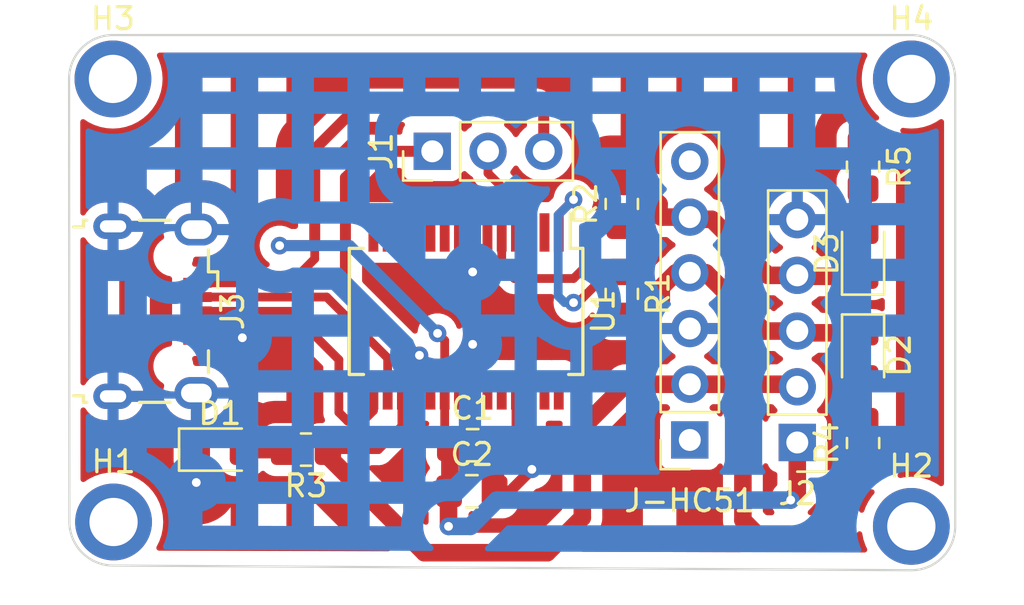
<source format=kicad_pcb>
(kicad_pcb (version 20211014) (generator pcbnew)
  (title_block (title "Generic USB FT232_RL") (date "2023-01-26") (company "by Achmadi ST MT"))
  (layers (0 "F.Cu" signal) (31 "B.Cu" signal) (34 "B.Paste" user) (35 "F.Paste" user) (36 "B.SilkS" user "B.Silkscreen") (37 "F.SilkS" user "F.Silkscreen") (38 "B.Mask" user) (39 "F.Mask" user) (44 "Edge.Cuts" user))
  (net 0 "")
  (net 1 "VCC")
  (net 2 "GND")
  (net 3 "Net-(D1-Pad2)")
  (net 4 "TXD")
  (net 5 "Net-(D2-Pad2)")
  (net 6 "RXD")
  (net 7 "Net-(D3-Pad2)")
  (net 9 "VDD")
  (net 11 "VIO")
  (net 12 "USB_DM")
  (net 13 "USB_DP")
  (net 15 "Net-(R1-Pad1)")
  (net 16 "Net-(R2-Pad1)")
  (footprint "MountingHole:MountingHole_2.2mm_M2_ISO7380_Pad" (layer "F.Cu") (at 92.6 48.4)
    (fp_text reference "H4" (at 0 -2.75) (layer "F.SilkS"))
    (fp_text value "MountingHole")
    (pad "1" thru_hole circle (at 0 0) (size 3.5 3.5) (drill 2.2) (layers *.Cu *.Mask))
  )
  (footprint "Resistor_SMD:R_0805_2012Metric_Pad1.20x1.40mm_HandSolder" (layer "F.Cu") (at 65 65.3 180)
    (fp_text reference "R3" (at 0 -1.65) (layer "F.SilkS"))
    (fp_text value "330")
    (fp_line (start -0.227064 0.735) (end 0.227064 0.735) (layer "F.SilkS") (width 0.12))
    (fp_line (start -0.227064 -0.735) (end 0.227064 -0.735) (layer "F.SilkS") (width 0.12))
    (pad "1" smd roundrect (at -1 0 180) (size 1.2 1.4) (layers "F.Cu" "F.Paste" "F.Mask") (roundrect_rratio 0.208333) (net 9 "VDD"))
    (pad "2" smd roundrect (at 1 0 180) (size 1.2 1.4) (layers "F.Cu" "F.Paste" "F.Mask") (roundrect_rratio 0.208333) (net 3 "Net-(D1-Pad2)"))
  )
  (footprint "Capacitor_SMD:C_0805_2012Metric_Pad1.18x1.45mm_HandSolder" (layer "F.Cu") (at 72.6 65.1)
    (fp_text reference "C1" (at 0 -1.68) (layer "F.SilkS"))
    (fp_text value "10uF")
    (fp_line (start -0.261252 -0.735) (end 0.261252 -0.735) (layer "F.SilkS") (width 0.12))
    (fp_line (start -0.261252 0.735) (end 0.261252 0.735) (layer "F.SilkS") (width 0.12))
    (pad "1" smd roundrect (at -1.0375 0) (size 1.175 1.45) (layers "F.Cu" "F.Paste" "F.Mask") (roundrect_rratio 0.212766) (net 1 "VCC"))
    (pad "2" smd roundrect (at 1.0375 0) (size 1.175 1.45) (layers "F.Cu" "F.Paste" "F.Mask") (roundrect_rratio 0.212766) (net 2 "GND"))
  )
  (footprint "Resistor_SMD:R_0805_2012Metric_Pad1.20x1.40mm_HandSolder" (layer "F.Cu") (at 90.4 65 90)
    (fp_text reference "R4" (at 0 -1.65 90) (layer "F.SilkS"))
    (fp_text value "330")
    (fp_line (start -0.227064 0.735) (end 0.227064 0.735) (layer "F.SilkS") (width 0.12))
    (fp_line (start -0.227064 -0.735) (end 0.227064 -0.735) (layer "F.SilkS") (width 0.12))
    (pad "1" smd roundrect (at -1 0 90) (size 1.2 1.4) (layers "F.Cu" "F.Paste" "F.Mask") (roundrect_rratio 0.208333) (net 9 "VDD"))
    (pad "2" smd roundrect (at 1 0 90) (size 1.2 1.4) (layers "F.Cu" "F.Paste" "F.Mask") (roundrect_rratio 0.208333) (net 5 "Net-(D2-Pad2)"))
  )
  (footprint "Resistor_SMD:R_0805_2012Metric_Pad1.20x1.40mm_HandSolder" (layer "F.Cu") (at 79.4 54.1 90)
    (fp_text reference "R2" (at 0 -1.65 90) (layer "F.SilkS"))
    (fp_text value "0")
    (fp_line (start -0.227064 -0.735) (end 0.227064 -0.735) (layer "F.SilkS") (width 0.12))
    (fp_line (start -0.227064 0.735) (end 0.227064 0.735) (layer "F.SilkS") (width 0.12))
    (pad "1" smd roundrect (at -1 0 90) (size 1.2 1.4) (layers "F.Cu" "F.Paste" "F.Mask") (roundrect_rratio 0.208333) (net 16 "Net-(R2-Pad1)"))
    (pad "2" smd roundrect (at 1 0 90) (size 1.2 1.4) (layers "F.Cu" "F.Paste" "F.Mask") (roundrect_rratio 0.208333) (net 6 "RXD"))
  )
  (footprint "LED_SMD:LED_0805_2012Metric_Pad1.15x1.40mm_HandSolder" (layer "F.Cu") (at 90.4 61 -90)
    (fp_text reference "D2" (at 0 -1.65 90) (layer "F.SilkS"))
    (fp_text value "LED")
    (fp_line (start -1.86 0.96) (end 1 0.96) (layer "F.SilkS") (width 0.12))
    (fp_line (start -1.86 -0.96) (end -1.86 0.96) (layer "F.SilkS") (width 0.12))
    (fp_line (start 1 -0.96) (end -1.86 -0.96) (layer "F.SilkS") (width 0.12))
    (pad "1" smd roundrect (at -1.025 0 270) (size 1.15 1.4) (layers "F.Cu" "F.Paste" "F.Mask") (roundrect_rratio 0.217391) (net 4 "TXD"))
    (pad "2" smd roundrect (at 1.025 0 270) (size 1.15 1.4) (layers "F.Cu" "F.Paste" "F.Mask") (roundrect_rratio 0.217391) (net 5 "Net-(D2-Pad2)"))
  )
  (footprint "Package_SO:SSOP-28_5.3x10.2mm_P0.65mm" (layer "F.Cu") (at 72.3 59 -90)
    (fp_text reference "U1" (at 0 -6.25 90) (layer "F.SilkS"))
    (fp_text value "FT232RL")
    (fp_line (start 2.875 -5.325) (end 2.875 -4.675) (layer "F.SilkS") (width 0.15))
    (fp_line (start 2.875 5.325) (end 2.875 4.675) (layer "F.SilkS") (width 0.15))
    (fp_line (start -2.875 -4.75) (end -4.475 -4.75) (layer "F.SilkS") (width 0.15))
    (fp_line (start -2.875 -5.325) (end -2.875 -4.75) (layer "F.SilkS") (width 0.15))
    (fp_line (start -2.875 -5.325) (end 2.875 -5.325) (layer "F.SilkS") (width 0.15))
    (fp_line (start -2.875 5.325) (end 2.875 5.325) (layer "F.SilkS") (width 0.15))
    (fp_line (start -2.875 5.325) (end -2.875 4.675) (layer "F.SilkS") (width 0.15))
    (pad "1" smd rect (at -3.6 -4.225 270) (size 1.75 0.45) (layers "F.Cu" "F.Paste" "F.Mask") (net 15 "Net-(R1-Pad1)"))
    (pad "2" smd rect (at -3.6 -3.575 270) (size 1.75 0.45) (layers "F.Cu" "F.Paste" "F.Mask"))
    (pad "3" smd rect (at -3.6 -2.925 270) (size 1.75 0.45) (layers "F.Cu" "F.Paste" "F.Mask"))
    (pad "4" smd rect (at -3.6 -2.275 270) (size 1.75 0.45) (layers "F.Cu" "F.Paste" "F.Mask") (net 11 "VIO"))
    (pad "5" smd rect (at -3.6 -1.625 270) (size 1.75 0.45) (layers "F.Cu" "F.Paste" "F.Mask") (net 16 "Net-(R2-Pad1)"))
    (pad "6" smd rect (at -3.6 -0.975 270) (size 1.75 0.45) (layers "F.Cu" "F.Paste" "F.Mask"))
    (pad "7" smd rect (at -3.6 -0.325 270) (size 1.75 0.45) (layers "F.Cu" "F.Paste" "F.Mask") (net 2 "GND"))
    (pad "8" smd rect (at -3.6 0.325 270) (size 1.75 0.45) (layers "F.Cu" "F.Paste" "F.Mask"))
    (pad "9" smd rect (at -3.6 0.975 270) (size 1.75 0.45) (layers "F.Cu" "F.Paste" "F.Mask"))
    (pad "10" smd rect (at -3.6 1.625 270) (size 1.75 0.45) (layers "F.Cu" "F.Paste" "F.Mask"))
    (pad "11" smd rect (at -3.6 2.275 270) (size 1.75 0.45) (layers "F.Cu" "F.Paste" "F.Mask"))
    (pad "12" smd rect (at -3.6 2.925 270) (size 1.75 0.45) (layers "F.Cu" "F.Paste" "F.Mask"))
    (pad "13" smd rect (at -3.6 3.575 270) (size 1.75 0.45) (layers "F.Cu" "F.Paste" "F.Mask"))
    (pad "14" smd rect (at -3.6 4.225 270) (size 1.75 0.45) (layers "F.Cu" "F.Paste" "F.Mask"))
    (pad "15" smd rect (at 3.6 4.225 270) (size 1.75 0.45) (layers "F.Cu" "F.Paste" "F.Mask") (net 13 "USB_DP"))
    (pad "16" smd rect (at 3.6 3.575 270) (size 1.75 0.45) (layers "F.Cu" "F.Paste" "F.Mask") (net 12 "USB_DM"))
    (pad "17" smd rect (at 3.6 2.925 270) (size 1.75 0.45) (layers "F.Cu" "F.Paste" "F.Mask") (net 9 "VDD"))
    (pad "18" smd rect (at 3.6 2.275 270) (size 1.75 0.45) (layers "F.Cu" "F.Paste" "F.Mask") (net 2 "GND"))
    (pad "19" smd rect (at 3.6 1.625 270) (size 1.75 0.45) (layers "F.Cu" "F.Paste" "F.Mask"))
    (pad "20" smd rect (at 3.6 0.975 270) (size 1.75 0.45) (layers "F.Cu" "F.Paste" "F.Mask") (net 1 "VCC"))
    (pad "21" smd rect (at 3.6 0.325 270) (size 1.75 0.45) (layers "F.Cu" "F.Paste" "F.Mask") (net 2 "GND"))
    (pad "22" smd rect (at 3.6 -0.325 270) (size 1.75 0.45) (layers "F.Cu" "F.Paste" "F.Mask"))
    (pad "23" smd rect (at 3.6 -0.975 270) (size 1.75 0.45) (layers "F.Cu" "F.Paste" "F.Mask"))
    (pad "24" smd rect (at 3.6 -1.625 270) (size 1.75 0.45) (layers "F.Cu" "F.Paste" "F.Mask"))
    (pad "25" smd rect (at 3.6 -2.275 270) (size 1.75 0.45) (layers "F.Cu" "F.Paste" "F.Mask") (net 2 "GND"))
    (pad "26" smd rect (at 3.6 -2.925 270) (size 1.75 0.45) (layers "F.Cu" "F.Paste" "F.Mask") (net 2 "GND"))
    (pad "27" smd rect (at 3.6 -3.575 270) (size 1.75 0.45) (layers "F.Cu" "F.Paste" "F.Mask"))
    (pad "28" smd rect (at 3.6 -4.225 270) (size 1.75 0.45) (layers "F.Cu" "F.Paste" "F.Mask"))
  )
  (footprint "Connector_PinHeader_2.54mm:PinHeader_1x05_P2.54mm_Vertical" (layer "F.Cu") (at 87.4 64.975 180)
    (fp_text reference "J2" (at 0 -2.33) (layer "F.SilkS"))
    (fp_text value "Conn_01x05_Male")
    (fp_line (start 1.33 1.27) (end 1.33 11.49) (layer "F.SilkS") (width 0.12))
    (fp_line (start -1.33 1.27) (end -1.33 11.49) (layer "F.SilkS") (width 0.12))
    (fp_line (start -1.33 0) (end -1.33 -1.33) (layer "F.SilkS") (width 0.12))
    (fp_line (start -1.33 -1.33) (end 0 -1.33) (layer "F.SilkS") (width 0.12))
    (fp_line (start -1.33 11.49) (end 1.33 11.49) (layer "F.SilkS") (width 0.12))
    (fp_line (start -1.33 1.27) (end 1.33 1.27) (layer "F.SilkS") (width 0.12))
    (pad "1" thru_hole rect (at 0 0 180) (size 1.7 1.7) (drill 1) (layers *.Cu *.Mask) (net 1 "VCC"))
    (pad "2" thru_hole oval (at 0 2.54 180) (size 1.7 1.7) (drill 1) (layers *.Cu *.Mask) (net 9 "VDD"))
    (pad "3" thru_hole oval (at 0 5.08 180) (size 1.7 1.7) (drill 1) (layers *.Cu *.Mask) (net 4 "TXD"))
    (pad "4" thru_hole oval (at 0 7.62 180) (size 1.7 1.7) (drill 1) (layers *.Cu *.Mask) (net 6 "RXD"))
    (pad "5" thru_hole oval (at 0 10.16 180) (size 1.7 1.7) (drill 1) (layers *.Cu *.Mask) (net 2 "GND"))
  )
  (footprint "MountingHole:MountingHole_2.2mm_M2_ISO7380_Pad" (layer "F.Cu") (at 56.228428 68.6)
    (fp_text reference "H1" (at 0 -2.75) (layer "F.SilkS"))
    (fp_text value "MountingHole")
    (pad "1" thru_hole circle (at 0 0) (size 3.5 3.5) (drill 2.2) (layers *.Cu *.Mask))
  )
  (footprint "Capacitor_SMD:C_0805_2012Metric_Pad1.18x1.45mm_HandSolder" (layer "F.Cu") (at 72.5625 67.2)
    (fp_text reference "C2" (at 0 -1.68) (layer "F.SilkS"))
    (fp_text value "0.1uF")
    (fp_line (start -0.261252 -0.735) (end 0.261252 -0.735) (layer "F.SilkS") (width 0.12))
    (fp_line (start -0.261252 0.735) (end 0.261252 0.735) (layer "F.SilkS") (width 0.12))
    (pad "1" smd roundrect (at -1.0375 0) (size 1.175 1.45) (layers "F.Cu" "F.Paste" "F.Mask") (roundrect_rratio 0.212766) (net 1 "VCC"))
    (pad "2" smd roundrect (at 1.0375 0) (size 1.175 1.45) (layers "F.Cu" "F.Paste" "F.Mask") (roundrect_rratio 0.212766) (net 2 "GND"))
  )
  (footprint "Connector_USB:USB_Micro-B_Wuerth_629105150521" (layer "F.Cu") (at 58.155 58.995 -90)
    (fp_text reference "J3" (at 0 -3.5 90) (layer "F.SilkS"))
    (fp_text value "USB_B_Micro")
    (fp_line (start -4.15 3.15) (end -4.15 3.3) (layer "F.SilkS") (width 0.15))
    (fp_line (start -4.15 -0.65) (end -4.15 0.75) (layer "F.SilkS") (width 0.15))
    (fp_line (start -3.85 3.3) (end -3.85 3.75) (layer "F.SilkS") (width 0.15))
    (fp_line (start -1.8 -2.4) (end -2.8 -2.4) (layer "F.SilkS") (width 0.15))
    (fp_line (start -1.075 -2.825) (end -1.8 -2.825) (layer "F.SilkS") (width 0.15))
    (fp_line (start 1.8 -2.4) (end 2.8 -2.4) (layer "F.SilkS") (width 0.15))
    (fp_line (start -1.8 -2.825) (end -1.8 -2.4) (layer "F.SilkS") (width 0.15))
    (fp_line (start 4.15 3.3) (end 4.15 3.15) (layer "F.SilkS") (width 0.15))
    (fp_line (start -4.15 3.3) (end -3.85 3.3) (layer "F.SilkS") (width 0.15))
    (fp_line (start 3.85 3.3) (end 4.15 3.3) (layer "F.SilkS") (width 0.15))
    (fp_line (start 3.85 3.75) (end 3.85 3.3) (layer "F.SilkS") (width 0.15))
    (fp_line (start 4.15 0.75) (end 4.15 -0.65) (layer "F.SilkS") (width 0.15))
    (pad "" np_thru_hole oval (at 2.5 -0.8 270) (size 0.8 0.8) (drill 0.8) (layers *.Cu *.Mask))
    (pad "" np_thru_hole oval (at -2.5 -0.8 270) (size 0.8 0.8) (drill 0.8) (layers *.Cu *.Mask))
    (pad "1" smd rect (at -1.3 -1.9 270) (size 0.45 1.3) (layers "F.Cu" "F.Paste" "F.Mask") (net 1 "VCC"))
    (pad "2" smd rect (at -0.65 -1.9 270) (size 0.45 1.3) (layers "F.Cu" "F.Paste" "F.Mask") (net 12 "USB_DM"))
    (pad "3" smd rect (at 0 -1.9 270) (size 0.45 1.3) (layers "F.Cu" "F.Paste" "F.Mask") (net 13 "USB_DP"))
    (pad "4" smd rect (at 0.65 -1.9 270) (size 0.45 1.3) (layers "F.Cu" "F.Paste" "F.Mask"))
    (pad "5" smd rect (at 1.3 -1.9 270) (size 0.45 1.3) (layers "F.Cu" "F.Paste" "F.Mask") (net 2 "GND"))
    (pad "6" thru_hole oval (at -3.725 -1.85 270) (size 1.45 2) (drill oval 0.85 1.4) (layers *.Cu *.Mask) (net 2 "GND"))
    (pad "6" thru_hole oval (at 3.725 -1.85 270) (size 1.45 2) (drill oval 0.85 1.4) (layers *.Cu *.Mask) (net 2 "GND"))
    (pad "6" thru_hole oval (at -3.875 1.95 270) (size 1.15 1.8) (drill oval 0.55 1.2) (layers *.Cu *.Mask) (net 2 "GND"))
    (pad "6" thru_hole oval (at 3.875 1.95 270) (size 1.15 1.8) (drill oval 0.55 1.2) (layers *.Cu *.Mask) (net 2 "GND"))
  )
  (footprint "Connector_PinHeader_2.54mm:PinHeader_1x03_P2.54mm_Vertical" (layer "F.Cu") (at 70.76 51.7 90)
    (fp_text reference "J1" (at 0 -2.33 90) (layer "F.SilkS"))
    (fp_text value "Conn_01x03_Male")
    (fp_line (start -1.33 1.27) (end 1.33 1.27) (layer "F.SilkS") (width 0.12))
    (fp_line (start -1.33 1.27) (end -1.33 6.41) (layer "F.SilkS") (width 0.12))
    (fp_line (start -1.33 -1.33) (end 0 -1.33) (layer "F.SilkS") (width 0.12))
    (fp_line (start 1.33 1.27) (end 1.33 6.41) (layer "F.SilkS") (width 0.12))
    (fp_line (start -1.33 0) (end -1.33 -1.33) (layer "F.SilkS") (width 0.12))
    (fp_line (start -1.33 6.41) (end 1.33 6.41) (layer "F.SilkS") (width 0.12))
    (pad "1" thru_hole rect (at 0 0 90) (size 1.7 1.7) (drill 1) (layers *.Cu *.Mask) (net 9 "VDD"))
    (pad "2" thru_hole oval (at 0 2.54 90) (size 1.7 1.7) (drill 1) (layers *.Cu *.Mask) (net 11 "VIO"))
    (pad "3" thru_hole oval (at 0 5.08 90) (size 1.7 1.7) (drill 1) (layers *.Cu *.Mask) (net 1 "VCC"))
  )
  (footprint "Resistor_SMD:R_0805_2012Metric_Pad1.20x1.40mm_HandSolder" (layer "F.Cu") (at 79.4 58.2 -90)
    (fp_text reference "R1" (at 0 -1.65 90) (layer "F.SilkS"))
    (fp_text value "0")
    (fp_line (start -0.227064 -0.735) (end 0.227064 -0.735) (layer "F.SilkS") (width 0.12))
    (fp_line (start -0.227064 0.735) (end 0.227064 0.735) (layer "F.SilkS") (width 0.12))
    (pad "1" smd roundrect (at -1 0 270) (size 1.2 1.4) (layers "F.Cu" "F.Paste" "F.Mask") (roundrect_rratio 0.208333) (net 15 "Net-(R1-Pad1)"))
    (pad "2" smd roundrect (at 1 0 270) (size 1.2 1.4) (layers "F.Cu" "F.Paste" "F.Mask") (roundrect_rratio 0.208333) (net 4 "TXD"))
  )
  (footprint "LED_SMD:LED_0805_2012Metric_Pad1.15x1.40mm_HandSolder" (layer "F.Cu") (at 90.4 56.375 90)
    (fp_text reference "D3" (at 0 -1.65 90) (layer "F.SilkS"))
    (fp_text value "LED")
    (fp_line (start -1.86 -0.96) (end -1.86 0.96) (layer "F.SilkS") (width 0.12))
    (fp_line (start -1.86 0.96) (end 1 0.96) (layer "F.SilkS") (width 0.12))
    (fp_line (start 1 -0.96) (end -1.86 -0.96) (layer "F.SilkS") (width 0.12))
    (pad "1" smd roundrect (at -1.025 0 90) (size 1.15 1.4) (layers "F.Cu" "F.Paste" "F.Mask") (roundrect_rratio 0.217391) (net 6 "RXD"))
    (pad "2" smd roundrect (at 1.025 0 90) (size 1.15 1.4) (layers "F.Cu" "F.Paste" "F.Mask") (roundrect_rratio 0.217391) (net 7 "Net-(D3-Pad2)"))
  )
  (footprint "Resistor_SMD:R_0805_2012Metric_Pad1.20x1.40mm_HandSolder" (layer "F.Cu") (at 90.4 52.4 -90)
    (fp_text reference "R5" (at 0 -1.65 90) (layer "F.SilkS"))
    (fp_text value "330")
    (fp_line (start -0.227064 0.735) (end 0.227064 0.735) (layer "F.SilkS") (width 0.12))
    (fp_line (start -0.227064 -0.735) (end 0.227064 -0.735) (layer "F.SilkS") (width 0.12))
    (pad "1" smd roundrect (at -1 0 270) (size 1.2 1.4) (layers "F.Cu" "F.Paste" "F.Mask") (roundrect_rratio 0.208333) (net 9 "VDD"))
    (pad "2" smd roundrect (at 1 0 270) (size 1.2 1.4) (layers "F.Cu" "F.Paste" "F.Mask") (roundrect_rratio 0.208333) (net 7 "Net-(D3-Pad2)"))
  )
  (footprint "MountingHole:MountingHole_2.2mm_M2_ISO7380_Pad" (layer "F.Cu") (at 56.2 48.4)
    (fp_text reference "H3" (at 0 -2.75) (layer "F.SilkS"))
    (fp_text value "MountingHole")
    (pad "1" thru_hole circle (at 0 0) (size 3.5 3.5) (drill 2.2) (layers *.Cu *.Mask))
  )
  (footprint "Connector_PinSocket_2.54mm:PinSocket_1x06_P2.54mm_Vertical" (layer "F.Cu") (at 82.5 64.86 180)
    (fp_text reference "J-HC51" (at 0 -2.77) (layer "F.SilkS"))
    (fp_text value "Conn_01x06_Female")
    (fp_line (start 1.33 1.27) (end 1.33 14.03) (layer "F.SilkS") (width 0.12))
    (fp_line (start 1.33 -1.33) (end 1.33 0) (layer "F.SilkS") (width 0.12))
    (fp_line (start -1.33 1.27) (end -1.33 14.03) (layer "F.SilkS") (width 0.12))
    (fp_line (start -1.33 14.03) (end 1.33 14.03) (layer "F.SilkS") (width 0.12))
    (fp_line (start 0 -1.33) (end 1.33 -1.33) (layer "F.SilkS") (width 0.12))
    (fp_line (start -1.33 1.27) (end 1.33 1.27) (layer "F.SilkS") (width 0.12))
    (pad "1" thru_hole rect (at 0 0 180) (size 1.7 1.7) (drill 1) (layers *.Cu *.Mask))
    (pad "2" thru_hole oval (at 0 2.54 180) (size 1.7 1.7) (drill 1) (layers *.Cu *.Mask) (net 9 "VDD"))
    (pad "3" thru_hole oval (at 0 5.08 180) (size 1.7 1.7) (drill 1) (layers *.Cu *.Mask) (net 2 "GND"))
    (pad "4" thru_hole oval (at 0 7.62 180) (size 1.7 1.7) (drill 1) (layers *.Cu *.Mask) (net 4 "TXD"))
    (pad "5" thru_hole oval (at 0 10.16 180) (size 1.7 1.7) (drill 1) (layers *.Cu *.Mask) (net 6 "RXD"))
    (pad "6" thru_hole oval (at 0 12.7 180) (size 1.7 1.7) (drill 1) (layers *.Cu *.Mask))
  )
  (footprint "LED_SMD:LED_0805_2012Metric_Pad1.15x1.40mm_HandSolder" (layer "F.Cu") (at 61.075 65.3)
    (fp_text reference "D1" (at 0 -1.65) (layer "F.SilkS"))
    (fp_text value "LED")
    (fp_line (start -1.86 -0.96) (end -1.86 0.96) (layer "F.SilkS") (width 0.12))
    (fp_line (start -1.86 0.96) (end 1 0.96) (layer "F.SilkS") (width 0.12))
    (fp_line (start 1 -0.96) (end -1.86 -0.96) (layer "F.SilkS") (width 0.12))
    (pad "1" smd roundrect (at -1.025 0) (size 1.15 1.4) (layers "F.Cu" "F.Paste" "F.Mask") (roundrect_rratio 0.217391) (net 2 "GND"))
    (pad "2" smd roundrect (at 1.025 0) (size 1.15 1.4) (layers "F.Cu" "F.Paste" "F.Mask") (roundrect_rratio 0.217391) (net 3 "Net-(D1-Pad2)"))
  )
  (footprint "MountingHole:MountingHole_2.2mm_M2_ISO7380_Pad" (layer "F.Cu") (at 92.6 68.8)
    (fp_text reference "H2" (at 0 -2.75) (layer "F.SilkS"))
    (fp_text value "MountingHole")
    (pad "1" thru_hole circle (at 0 0) (size 3.5 3.5) (drill 2.2) (layers *.Cu *.Mask))
  )
  (gr_arc (start 54.2 48.4) (mid 54.785786 46.985786) (end 56.2 46.4) (layer "Edge.Cuts") (width 0.1))
  (gr_line (start 92.6 70.8) (end 56.214214 70.585786) (layer "Edge.Cuts") (width 0.1))
  (gr_line (start 56.2 46.4) (end 92.6 46.4) (layer "Edge.Cuts") (width 0.1))
  (gr_line (start 94.6 48.4) (end 94.6 68.8) (layer "Edge.Cuts") (width 0.1))
  (gr_arc (start 56.214214 70.585786) (mid 54.8 70) (end 54.214214 68.585786) (layer "Edge.Cuts") (width 0.1))
  (gr_arc (start 92.6 46.4) (mid 94.014214 46.985786) (end 94.6 48.4) (layer "Edge.Cuts") (width 0.1))
  (gr_arc (start 94.6 68.8) (mid 94.014214 70.214214) (end 92.6 70.8) (layer "Edge.Cuts") (width 0.1))
  (gr_line (start 54.2 48.4) (end 54.214214 68.585786) (layer "Edge.Cuts") (width 0.1))
  (segment (start 67.4 49.6) (end 75.5 49.6) (width 0.5) (layer "F.Cu") (net 1))
  (segment (start 71.5 68.8) (end 71.5 67.225) (width 0.8) (layer "F.Cu") (net 1))
  (segment (start 65.4 51.6) (end 67.4 49.6) (width 0.5) (layer "F.Cu") (net 1))
  (segment (start 75.84 49.94) (end 75.84 51.7) (width 0.5) (layer "F.Cu") (net 1))
  (segment (start 75.5 49.6) (end 75.84 49.94) (width 0.5) (layer "F.Cu") (net 1))
  (segment (start 71.5625 67.1625) (end 71.525 67.2) (width 0.8) (layer "F.Cu") (net 1))
  (segment (start 71.325 60.325) (end 71 60) (width 0.4) (layer "F.Cu") (net 1))
  (segment (start 65.3 56) (end 65.4 56.1) (width 0.5) (layer "F.Cu") (net 1))
  (segment (start 65.4 56.6) (end 65.4 56.1) (width 0.4) (layer "F.Cu") (net 1))
  (segment (start 87.4 67.3) (end 87.1 67.6) (width 0.8) (layer "F.Cu") (net 1))
  (segment (start 60.055 57.695) (end 64.305 57.695) (width 0.4) (layer "F.Cu") (net 1))
  (segment (start 64.305 57.695) (end 65.4 56.6) (width 0.4) (layer "F.Cu") (net 1))
  (segment (start 63.8 56) (end 65.3 56) (width 0.5) (layer "F.Cu") (net 1))
  (segment (start 65.4 56.1) (end 65.4 51.6) (width 0.5) (layer "F.Cu") (net 1))
  (segment (start 87.4 64.975) (end 87.4 67.3) (width 0.8) (layer "F.Cu") (net 1))
  (segment (start 71.5625 65.1) (end 71.5625 67.1625) (width 0.8) (layer "F.Cu") (net 1))
  (segment (start 71.5 67.225) (end 71.525 67.2) (width 0.8) (layer "F.Cu") (net 1))
  (segment (start 71.325 62.6) (end 71.325 64.8625) (width 0.4) (layer "F.Cu") (net 1))
  (segment (start 71.325 62.6) (end 71.325 60.325) (width 0.4) (layer "F.Cu") (net 1))
  (segment (start 71.325 64.8625) (end 71.5625 65.1) (width 0.4) (layer "F.Cu") (net 1))
  (via (at 71.5 68.8) (size 0.8) (drill 0.4) (layers "F.Cu" "B.Cu") (net 1))
  (via (at 63.8 56) (size 0.8) (drill 0.4) (layers "F.Cu" "B.Cu") (net 1))
  (via (at 71 60) (size 0.8) (drill 0.4) (layers "F.Cu" "B.Cu") (net 1))
  (via (at 87.1 67.6) (size 0.8) (drill 0.4) (layers "F.Cu" "B.Cu") (net 1))
  (segment (start 72.8 68.5) (end 72.5 68.8) (width 0.8) (layer "B.Cu") (net 1))
  (segment (start 71 60) (end 67 56) (width 0.5) (layer "B.Cu") (net 1))
  (segment (start 72.5 68.8) (end 71.5 68.8) (width 0.8) (layer "B.Cu") (net 1))
  (segment (start 67 56) (end 63.8 56) (width 0.5) (layer "B.Cu") (net 1))
  (segment (start 87.1 67.6) (end 73.7 67.6) (width 0.8) (layer "B.Cu") (net 1))
  (segment (start 73.7 67.6) (end 72.8 68.5) (width 0.8) (layer "B.Cu") (net 1))
  (segment (start 74.575 62.6) (end 74.575 65.025) (width 0.4) (layer "F.Cu") (net 2))
  (segment (start 71.975 61.125) (end 72.6 60.5) (width 0.4) (layer "F.Cu") (net 2))
  (segment (start 70.025 62.6) (end 70.025 61.1495) (width 0.4) (layer "F.Cu") (net 2))
  (segment (start 73.6 67.2) (end 74.3 67.2) (width 0.5) (layer "F.Cu") (net 2))
  (segment (start 74.7 65.1) (end 74.5 65.1) (width 0.4) (layer "F.Cu") (net 2))
  (segment (start 59.855 55.12) (end 60.005 55.27) (width 0.8) (layer "F.Cu") (net 2))
  (segment (start 74.5 65.1) (end 73.6375 65.1) (width 0.4) (layer "F.Cu") (net 2))
  (segment (start 72.625 57.175) (end 72.6 57.2) (width 0.4) (layer "F.Cu") (net 2))
  (segment (start 59.855 62.87) (end 60.005 62.72) (width 0.8) (layer "F.Cu") (net 2))
  (segment (start 72.625 55.4) (end 72.625 57.175) (width 0.4) (layer "F.Cu") (net 2))
  (segment (start 74.3 67.2) (end 75.3 66.2) (width 0.5) (layer "F.Cu") (net 2))
  (segment (start 62.005 60.295) (end 62.1 60.2) (width 0.4) (layer "F.Cu") (net 2))
  (segment (start 70.025 61.1495) (end 70.1745 61) (width 0.4) (layer "F.Cu") (net 2))
  (segment (start 60.05 66.75) (end 60 66.8) (width 0.4) (layer "F.Cu") (net 2))
  (segment (start 60.05 65.3) (end 60.05 66.75) (width 0.4) (layer "F.Cu") (net 2))
  (segment (start 75.225 62.6) (end 75.225 64.575) (width 0.4) (layer "F.Cu") (net 2))
  (segment (start 73.6375 67.1625) (end 73.6 67.2) (width 0.8) (layer "F.Cu") (net 2))
  (segment (start 71.975 62.6) (end 71.975 61.125) (width 0.4) (layer "F.Cu") (net 2))
  (segment (start 75.225 64.575) (end 74.7 65.1) (width 0.4) (layer "F.Cu") (net 2))
  (segment (start 73.6375 65.1) (end 73.6375 67.1625) (width 0.8) (layer "F.Cu") (net 2))
  (segment (start 60.055 60.295) (end 62.005 60.295) (width 0.4) (layer "F.Cu") (net 2))
  (segment (start 74.575 65.025) (end 74.5 65.1) (width 0.4) (layer "F.Cu") (net 2))
  (via (at 70.1745 61) (size 0.8) (drill 0.4) (layers "F.Cu" "B.Cu") (net 2))
  (via (at 62.1 60.2) (size 0.8) (drill 0.4) (layers "F.Cu" "B.Cu") (net 2))
  (via (at 60 66.8) (size 0.8) (drill 0.4) (layers "F.Cu" "B.Cu") (net 2))
  (via (at 75.3 66.2) (size 0.8) (drill 0.4) (layers "F.Cu" "B.Cu") (net 2))
  (via (at 72.6 60.5) (size 0.8) (drill 0.4) (layers "F.Cu" "B.Cu") (net 2))
  (via (at 72.6 57.2) (size 0.8) (drill 0.4) (layers "F.Cu" "B.Cu") (net 2))
  (segment (start 64 65.3) (end 62.1 65.3) (width 0.8) (layer "F.Cu") (net 3))
  (segment (start 81.2 57.9) (end 81.86 57.24) (width 0.8) (layer "F.Cu") (net 4))
  (segment (start 81.86 57.24) (end 82.5 57.24) (width 0.8) (layer "F.Cu") (net 4))
  (segment (start 80.5 59.2) (end 81.2 58.5) (width 0.8) (layer "F.Cu") (net 4))
  (segment (start 90.4 59.975) (end 87.48 59.975) (width 0.8) (layer "F.Cu") (net 4))
  (segment (start 83.24 57.24) (end 85.895 59.895) (width 0.8) (layer "F.Cu") (net 4))
  (segment (start 87.48 59.975) (end 87.4 59.895) (width 0.8) (layer "F.Cu") (net 4))
  (segment (start 79.4 59.2) (end 80.5 59.2) (width 0.8) (layer "F.Cu") (net 4))
  (segment (start 85.895 59.895) (end 87.4 59.895) (width 0.8) (layer "F.Cu") (net 4))
  (segment (start 82.5 57.24) (end 83.24 57.24) (width 0.8) (layer "F.Cu") (net 4))
  (segment (start 81.2 58.5) (end 81.2 57.9) (width 0.8) (layer "F.Cu") (net 4))
  (segment (start 90.4 62.025) (end 90.4 64) (width 0.8) (layer "F.Cu") (net 5))
  (segment (start 79.4 53.1) (end 80.1 53.1) (width 0.8) (layer "F.Cu") (net 6))
  (segment (start 87.4 57.355) (end 86.055 57.355) (width 0.8) (layer "F.Cu") (net 6))
  (segment (start 80.1 53.1) (end 81.1 54.1) (width 0.8) (layer "F.Cu") (net 6))
  (segment (start 82.6 54.8) (end 82.5 54.7) (width 0.8) (layer "F.Cu") (net 6))
  (segment (start 81.1 54.1) (end 81.1 54.6) (width 0.8) (layer "F.Cu") (net 6))
  (segment (start 86.055 57.355) (end 83.5 54.8) (width 0.8) (layer "F.Cu") (net 6))
  (segment (start 81.1 54.6) (end 81.2 54.7) (width 0.8) (layer "F.Cu") (net 6))
  (segment (start 83.5 54.8) (end 82.6 54.8) (width 0.8) (layer "F.Cu") (net 6))
  (segment (start 87.445 57.4) (end 87.4 57.355) (width 0.8) (layer "F.Cu") (net 6))
  (segment (start 90.4 57.4) (end 87.445 57.4) (width 0.8) (layer "F.Cu") (net 6))
  (segment (start 81.2 54.7) (end 82.5 54.7) (width 0.8) (layer "F.Cu") (net 6))
  (segment (start 90.4 55.35) (end 90.4 53.4) (width 0.8) (layer "F.Cu") (net 7))
  (segment (start 84.92 62.32) (end 87.285 62.32) (width 0.8) (layer "F.Cu") (net 9))
  (segment (start 77.6 68.4) (end 76 70) (width 0.8) (layer "F.Cu") (net 9))
  (segment (start 82.5 62.32) (end 79.58 62.32) (width 0.8) (layer "F.Cu") (net 9))
  (segment (start 76 70) (end 70.4 70) (width 0.8) (layer "F.Cu") (net 9))
  (segment (start 87.285 62.32) (end 87.4 62.435) (width 0.8) (layer "F.Cu") (net 9))
  (segment (start 85.6 69.2) (end 88.8 69.2) (width 0.8) (layer "F.Cu") (net 9))
  (segment (start 92.3 52.3) (end 91.4 51.4) (width 0.8) (layer "F.Cu") (net 9))
  (segment (start 70.4 70) (end 66 65.6) (width 0.8) (layer "F.Cu") (net 9))
  (segment (start 89.3 68.7) (end 89.3 67.1) (width 0.8) (layer "F.Cu") (net 9))
  (segment (start 69.375 64.225) (end 68.3 65.3) (width 0.4) (layer "F.Cu") (net 9))
  (segment (start 88.8 69.2) (end 89.3 68.7) (width 0.8) (layer "F.Cu") (net 9))
  (segment (start 69.375 62.6) (end 69.375 60.475) (width 0.4) (layer "F.Cu") (net 9))
  (segment (start 92.3 64.8) (end 92.3 52.3) (width 0.8) (layer "F.Cu") (net 9))
  (segment (start 90.4 66) (end 91.1 66) (width 0.8) (layer "F.Cu") (net 9))
  (segment (start 68 51.7) (end 70.76 51.7) (width 0.5) (layer "F.Cu") (net 9))
  (segment (start 69.375 60.475) (end 66.8 57.9) (width 0.4) (layer "F.Cu") (net 9))
  (segment (start 66.8 57.9) (end 66.8 52.9) (width 0.5) (layer "F.Cu") (net 9))
  (segment (start 82.5 62.32) (end 84.92 62.32) (width 0.8) (layer "F.Cu") (net 9))
  (segment (start 69.375 62.6) (end 69.375 64.225) (width 0.4) (layer "F.Cu") (net 9))
  (segment (start 68.3 65.3) (end 66 65.3) (width 0.4) (layer "F.Cu") (net 9))
  (segment (start 79.58 62.32) (end 77.6 64.3) (width 0.8) (layer "F.Cu") (net 9))
  (segment (start 77.6 64.3) (end 77.6 68.4) (width 0.8) (layer "F.Cu") (net 9))
  (segment (start 89.3 67.1) (end 90.4 66) (width 0.8) (layer "F.Cu") (net 9))
  (segment (start 91.1 66) (end 92.3 64.8) (width 0.8) (layer "F.Cu") (net 9))
  (segment (start 66 65.6) (end 66 65.3) (width 0.8) (layer "F.Cu") (net 9))
  (segment (start 66.8 52.9) (end 68 51.7) (width 0.5) (layer "F.Cu") (net 9))
  (segment (start 84.92 62.32) (end 84.92 68.52) (width 0.8) (layer "F.Cu") (net 9))
  (segment (start 91.4 51.4) (end 90.4 51.4) (width 0.8) (layer "F.Cu") (net 9))
  (segment (start 84.92 68.52) (end 85.6 69.2) (width 0.8) (layer "F.Cu") (net 9))
  (segment (start 74.575 55.4) (end 74.575 53.975) (width 0.4) (layer "F.Cu") (net 11))
  (segment (start 73.3 52.7) (end 73.3 51.7) (width 0.4) (layer "F.Cu") (net 11))
  (segment (start 74.575 53.975) (end 73.3 52.7) (width 0.4) (layer "F.Cu") (net 11))
  (segment (start 68.725 62.6) (end 68.725 61.125) (width 0.4) (layer "F.Cu") (net 12))
  (segment (start 65.945 58.345) (end 60.055 58.345) (width 0.4) (layer "F.Cu") (net 12))
  (segment (start 68.725 61.125) (end 65.945 58.345) (width 0.4) (layer "F.Cu") (net 12))
  (segment (start 68.075 63.525) (end 67.6 64) (width 0.4) (layer "F.Cu") (net 13))
  (segment (start 66.9 64) (end 66.5 63.6) (width 0.4) (layer "F.Cu") (net 13))
  (segment (start 66.5 61.2) (end 64.295 58.995) (width 0.4) (layer "F.Cu") (net 13))
  (segment (start 66.5 63.6) (end 66.5 61.2) (width 0.4) (layer "F.Cu") (net 13))
  (segment (start 64.295 58.995) (end 60.055 58.995) (width 0.4) (layer "F.Cu") (net 13))
  (segment (start 67.6 64) (end 66.9 64) (width 0.4) (layer "F.Cu") (net 13))
  (segment (start 68.075 62.6) (end 68.075 63.525) (width 0.4) (layer "F.Cu") (net 13))
  (segment (start 77.4 58.6) (end 78.8 57.2) (width 0.4) (layer "F.Cu") (net 15))
  (segment (start 77.2 58.6) (end 77.4 58.6) (width 0.4) (layer "F.Cu") (net 15))
  (segment (start 76.525 55.4) (end 76.525 54.575) (width 0.4) (layer "F.Cu") (net 15))
  (segment (start 76.525 54.575) (end 77.2 53.9) (width 0.4) (layer "F.Cu") (net 15))
  (segment (start 78.8 57.2) (end 79.4 57.2) (width 0.4) (layer "F.Cu") (net 15))
  (via (at 77.2 58.6) (size 0.8) (drill 0.4) (layers "F.Cu" "B.Cu") (net 15))
  (via (at 77.2 53.9) (size 0.8) (drill 0.4) (layers "F.Cu" "B.Cu") (net 15))
  (segment (start 76.7 58.5) (end 76.8 58.6) (width 0.4) (layer "B.Cu") (net 15))
  (segment (start 76.8 58.6) (end 77.2 58.6) (width 0.4) (layer "B.Cu") (net 15))
  (segment (start 76.5 58.3) (end 76.7 58.5) (width 0.4) (layer "B.Cu") (net 15))
  (segment (start 77.2 53.9) (end 76.5 54.6) (width 0.4) (layer "B.Cu") (net 15))
  (segment (start 76.5 58.2) (end 76.5 58.3) (width 0.4) (layer "B.Cu") (net 15))
  (segment (start 76.5 54.6) (end 76.5 58.2) (width 0.4) (layer "B.Cu") (net 15))
  (segment (start 74.5 57.5) (end 77.2 57.5) (width 0.4) (layer "F.Cu") (net 16))
  (segment (start 77.8 56.9) (end 77.8 55.2) (width 0.4) (layer "F.Cu") (net 16))
  (segment (start 77.2 57.5) (end 77.8 56.9) (width 0.4) (layer "F.Cu") (net 16))
  (segment (start 77.8 55.2) (end 77.9 55.1) (width 0.4) (layer "F.Cu") (net 16))
  (segment (start 73.925 55.4) (end 73.925 56.925) (width 0.4) (layer "F.Cu") (net 16))
  (segment (start 73.925 56.925) (end 74.5 57.5) (width 0.4) (layer "F.Cu") (net 16))
  (segment (start 77.9 55.1) (end 79.4 55.1) (width 0.4) (layer "F.Cu") (net 16))
  (zone (net 0) (net_name "") (layer "F.Cu") (connect_pads (clearance 0.508)) (min_thickness 0.254) (fill yes (mode hatch) (thermal_gap 0.508) (thermal_bridge_width 0.508) (hatch_thickness 1.016) (hatch_gap 1.524) (hatch_orientation 0) (hatch_border_algorithm hatch_thickness) (hatch_min_hole_area 0.3))
    (polygon (pts (xy 94.1 70) (xy 54.6 69.9) (xy 54.6 47.2) (xy 94.1 47.2)))
  )
  (zone (net 2) (net_name "GND") (layer "B.Cu") (connect_pads (clearance 0.75)) (min_thickness 0.254) (fill yes (mode hatch) (thermal_gap 0.508) (thermal_bridge_width 0.508) (hatch_thickness 1.016) (hatch_gap 1.524) (hatch_orientation 0) (hatch_border_algorithm hatch_thickness) (hatch_min_hole_area 0.3))
    (polygon (pts (xy 94.1 70) (xy 54.6 69.9) (xy 54.6 47.2) (xy 94.1 47.2)))
  )
)
</source>
